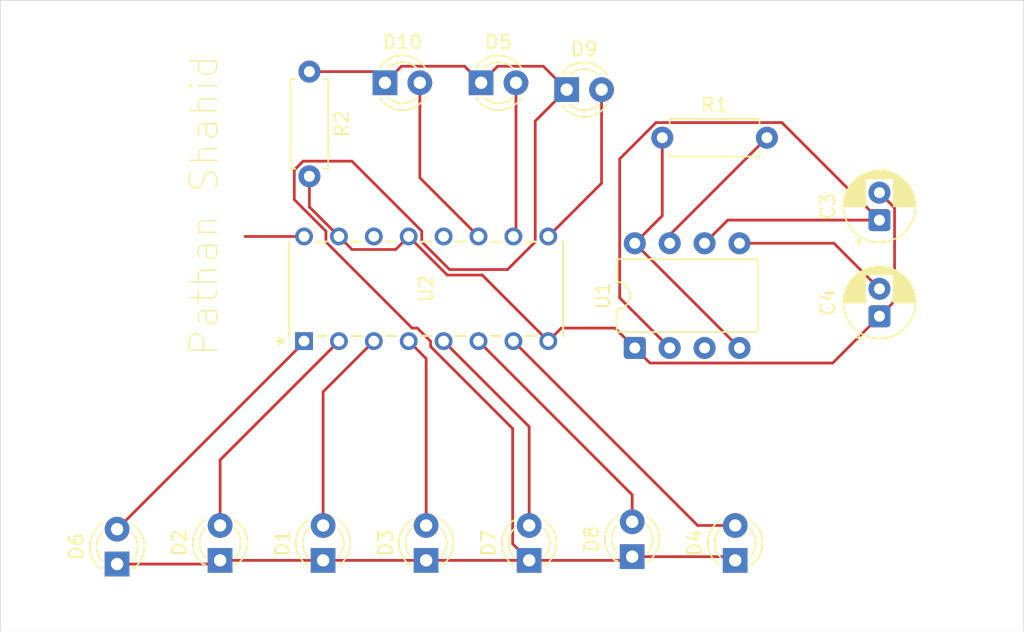
<source format=kicad_pcb>
(kicad_pcb (version 20241229) (generator "pcbnew") (generator_version "9.0")
  (layers (0 "F.Cu" signal) (2 "B.Cu" signal) (13 "F.Paste" user) (15 "B.Paste" user) (5 "F.SilkS" user "F.Silkscreen") (7 "B.SilkS" user "B.Silkscreen") (1 "F.Mask" user) (3 "B.Mask" user) (25 "Edge.Cuts" user))
  (net 0 "")
  (net 1 "GND")
  (net 2 "TR")
  (net 3 "Net-(U1-CV)")
  (net 4 "Net-(D1-K)")
  (net 5 "Net-(D1-A)")
  (net 6 "Net-(D2-A)")
  (net 7 "Net-(D3-A)")
  (net 8 "Net-(D4-A)")
  (net 9 "Net-(D5-A)")
  (net 10 "Net-(D6-A)")
  (net 11 "Net-(D7-A)")
  (net 12 "Net-(D8-A)")
  (net 13 "Net-(D9-A)")
  (net 14 "Net-(D10-A)")
  (net 15 "+5V")
  (net 16 "Net-(U1-DIS)")
  (net 17 "OUT")
  (footprint "Package_DIP:DIP-8_W7.62mm" (layer "F.Cu") (at 107.19 109.305 90)
    (property "Reference" "U1" (at 3.81 -2.33 90) (layer "F.SilkS"))
    (property "Value" "NE555P")
    (fp_line (start 6.46 -1.33) (end 4.81 -1.33) (stroke (width 0.12)) (layer "F.SilkS"))
    (fp_line (start 2.81 -1.33) (end 1.16 -1.33) (stroke (width 0.12)) (layer "F.SilkS"))
    (fp_line (start 1.16 -1.33) (end 1.16 8.95) (stroke (width 0.12)) (layer "F.SilkS"))
    (fp_line (start 6.46 8.95) (end 6.46 -1.33) (stroke (width 0.12)) (layer "F.SilkS"))
    (fp_line (start 1.16 8.95) (end 6.46 8.95) (stroke (width 0.12)) (layer "F.SilkS"))
    (fp_arc (start 4.81 -1.33) (mid 3.81 -0.33) (end 2.81 -1.33) (stroke (width 0.12)) (layer "F.SilkS"))
    (pad "1" thru_hole roundrect (at 0 0 90) (size 1.6 1.6) (drill 0.8) (layers "*.Cu" "*.Mask") (roundrect_rratio 0.15625) (net 1 "GND"))
    (pad "2" thru_hole circle (at 0 2.54 90) (size 1.6 1.6) (drill 0.8) (layers "*.Cu" "*.Mask") (net 2 "TR"))
    (pad "3" thru_hole circle (at 0 5.08 90) (size 1.6 1.6) (drill 0.8) (layers "*.Cu" "*.Mask") (net 17 "OUT"))
    (pad "4" thru_hole circle (at 0 7.62 90) (size 1.6 1.6) (drill 0.8) (layers "*.Cu" "*.Mask") (net 15 "+5V"))
    (pad "5" thru_hole circle (at 7.62 7.62 90) (size 1.6 1.6) (drill 0.8) (layers "*.Cu" "*.Mask") (net 3 "Net-(U1-CV)"))
    (pad "6" thru_hole circle (at 7.62 5.08 90) (size 1.6 1.6) (drill 0.8) (layers "*.Cu" "*.Mask") (net 2 "TR"))
    (pad "7" thru_hole circle (at 7.62 2.54 90) (size 1.6 1.6) (drill 0.8) (layers "*.Cu" "*.Mask") (net 16 "Net-(U1-DIS)"))
    (pad "8" thru_hole circle (at 7.62 0 90) (size 1.6 1.6) (drill 0.8) (layers "*.Cu" "*.Mask") (net 15 "+5V"))
  )
  (footprint "Cd:N16" (layer "F.Cu") (at 83.11 108.81 90)
    (property "Reference" "U2" (at 3.81 8.89 90) (layer "F.SilkS"))
    (property "Value" "4017")
    (fp_line (start 7.239 -1.0795) (end 0.381 -1.0795) (stroke (width 0.1524)) (layer "F.SilkS"))
    (fp_line (start 0.381 0.98044) (end 0.381 1.636617) (stroke (width 0.1524)) (layer "F.SilkS"))
    (fp_line (start 7.239 1.636617) (end 7.239 0.903383) (stroke (width 0.1524)) (layer "F.SilkS"))
    (fp_line (start 0.381 3.443383) (end 0.381 4.176617) (stroke (width 0.1524)) (layer "F.SilkS"))
    (fp_line (start 7.239 4.176617) (end 7.239 3.443383) (stroke (width 0.1524)) (layer "F.SilkS"))
    (fp_line (start 0.381 5.983383) (end 0.381 6.716617) (stroke (width 0.1524)) (layer "F.SilkS"))
    (fp_line (start 7.239 6.716617) (end 7.239 5.983383) (stroke (width 0.1524)) (layer "F.SilkS"))
    (fp_line (start 0.381 8.523383) (end 0.381 9.256617) (stroke (width 0.1524)) (layer "F.SilkS"))
    (fp_line (start 7.239 9.256617) (end 7.239 8.523383) (stroke (width 0.1524)) (layer "F.SilkS"))
    (fp_line (start 0.381 11.063383) (end 0.381 11.796617) (stroke (width 0.1524)) (layer "F.SilkS"))
    (fp_line (start 7.239 11.796617) (end 7.239 11.063383) (stroke (width 0.1524)) (layer "F.SilkS"))
    (fp_line (start 0.381 13.603383) (end 0.381 14.336617) (stroke (width 0.1524)) (layer "F.SilkS"))
    (fp_line (start 7.239 14.336617) (end 7.239 13.603383) (stroke (width 0.1524)) (layer "F.SilkS"))
    (fp_line (start 0.381 16.143383) (end 0.381 16.876617) (stroke (width 0.1524)) (layer "F.SilkS"))
    (fp_line (start 7.239 16.876617) (end 7.239 16.143383) (stroke (width 0.1524)) (layer "F.SilkS"))
    (fp_line (start 0.381 18.8595) (end 7.239 18.8595) (stroke (width 0.1524)) (layer "F.SilkS"))
    (fp_text user "*" (at 0 -1.4097 90) (layer "F.SilkS"))
    (fp_text user "*" (at 0 -1.4097 90) (layer "F.SilkS"))
    (pad "1" thru_hole rect (at 0 0 90) (size 1.2954 1.2954) (drill 0.7874) (layers "*.Cu" "*.Mask") (net 10 "Net-(D6-A)"))
    (pad "2" thru_hole circle (at 0 2.54 90) (size 1.2954 1.2954) (drill 0.7874) (layers "*.Cu" "*.Mask") (net 6 "Net-(D2-A)"))
    (pad "3" thru_hole circle (at 0 5.08 90) (size 1.2954 1.2954) (drill 0.7874) (layers "*.Cu" "*.Mask") (net 5 "Net-(D1-A)"))
    (pad "4" thru_hole circle (at 0 7.62 90) (size 1.2954 1.2954) (drill 0.7874) (layers "*.Cu" "*.Mask") (net 7 "Net-(D3-A)"))
    (pad "5" thru_hole circle (at 0 10.16 90) (size 1.2954 1.2954) (drill 0.7874) (layers "*.Cu" "*.Mask") (net 11 "Net-(D7-A)"))
    (pad "6" thru_hole circle (at 0 12.7 90) (size 1.2954 1.2954) (drill 0.7874) (layers "*.Cu" "*.Mask") (net 12 "Net-(D8-A)"))
    (pad "7" thru_hole circle (at 0 15.24 90) (size 1.2954 1.2954) (drill 0.7874) (layers "*.Cu" "*.Mask") (net 8 "Net-(D4-A)"))
    (pad "8" thru_hole circle (at 0 17.78 90) (size 1.2954 1.2954) (drill 0.7874) (layers "*.Cu" "*.Mask") (net 1 "GND"))
    (pad "9" thru_hole circle (at 7.62 17.78 90) (size 1.2954 1.2954) (drill 0.7874) (layers "*.Cu" "*.Mask") (net 13 "Net-(D9-A)"))
    (pad "10" thru_hole circle (at 7.62 15.24 90) (size 1.2954 1.2954) (drill 0.7874) (layers "*.Cu" "*.Mask") (net 9 "Net-(D5-A)"))
    (pad "11" thru_hole circle (at 7.62 12.7 90) (size 1.2954 1.2954) (drill 0.7874) (layers "*.Cu" "*.Mask") (net 14 "Net-(D10-A)"))
    (pad "12" thru_hole circle (at 7.62 10.16 90) (size 1.2954 1.2954) (drill 0.7874) (layers "*.Cu" "*.Mask"))
    (pad "13" thru_hole circle (at 7.62 7.62 90) (size 1.2954 1.2954) (drill 0.7874) (layers "*.Cu" "*.Mask") (net 1 "GND"))
    (pad "14" thru_hole circle (at 7.62 5.08 90) (size 1.2954 1.2954) (drill 0.7874) (layers "*.Cu" "*.Mask") (net 17 "OUT"))
    (pad "15" thru_hole circle (at 7.62 2.54 90) (size 1.2954 1.2954) (drill 0.7874) (layers "*.Cu" "*.Mask") (net 1 "GND"))
    (pad "16" thru_hole circle (at 7.62 0 90) (size 1.2954 1.2954) (drill 0.7874) (layers "*.Cu" "*.Mask") (net 15 "+5V"))
  )
  (footprint "LED_THT:LED_D3.0mm" (layer "F.Cu") (at 102.23 90.5)
    (property "Reference" "D9" (at 1.27 -2.96 0) (layer "F.SilkS"))
    (property "Value" "LED")
    (fp_line (start -0.29 -1.236) (end -0.29 -1.08) (stroke (width 0.12)) (layer "F.SilkS"))
    (fp_line (start -0.29 1.08) (end -0.29 1.236) (stroke (width 0.12)) (layer "F.SilkS"))
    (fp_arc (start -0.29 -1.235516) (mid 1.36566 -1.987699) (end 2.941437 -1.08) (stroke (width 0.12)) (layer "F.SilkS"))
    (fp_arc (start 0.229039 -1.08) (mid 1.27 -1.5) (end 2.310961 -1.08) (stroke (width 0.12)) (layer "F.SilkS"))
    (fp_arc (start 2.310961 1.08) (mid 1.27 1.5) (end 0.229039 1.08) (stroke (width 0.12)) (layer "F.SilkS"))
    (fp_arc (start 2.941437 1.08) (mid 1.36566 1.987699) (end -0.29 1.235516) (stroke (width 0.12)) (layer "F.SilkS"))
    (pad "1" thru_hole rect (at 0 0) (size 1.8 1.8) (drill 0.9) (layers "*.Cu" "*.Mask") (net 4 "Net-(D1-K)"))
    (pad "2" thru_hole circle (at 2.54 0) (size 1.8 1.8) (drill 0.9) (layers "*.Cu" "*.Mask") (net 13 "Net-(D9-A)"))
  )
  (footprint "LED_THT:LED_D3.0mm" (layer "F.Cu") (at 84.5 124.77 90)
    (property "Reference" "D1" (at 1.27 -2.96 90) (layer "F.SilkS"))
    (property "Value" "LED")
    (fp_line (start -0.29 -1.236) (end -0.29 -1.08) (stroke (width 0.12)) (layer "F.SilkS"))
    (fp_line (start -0.29 1.08) (end -0.29 1.236) (stroke (width 0.12)) (layer "F.SilkS"))
    (fp_arc (start -0.29 -1.235516) (mid 1.36566 -1.987699) (end 2.941437 -1.08) (stroke (width 0.12)) (layer "F.SilkS"))
    (fp_arc (start 0.229039 -1.08) (mid 1.27 -1.5) (end 2.310961 -1.08) (stroke (width 0.12)) (layer "F.SilkS"))
    (fp_arc (start 2.941437 1.08) (mid 1.36566 1.987699) (end -0.29 1.235516) (stroke (width 0.12)) (layer "F.SilkS"))
    (fp_arc (start 2.310961 1.08) (mid 1.27 1.5) (end 0.229039 1.08) (stroke (width 0.12)) (layer "F.SilkS"))
    (pad "1" thru_hole rect (at 0 0 90) (size 1.8 1.8) (drill 0.9) (layers "*.Cu" "*.Mask") (net 4 "Net-(D1-K)"))
    (pad "2" thru_hole circle (at 2.54 0 90) (size 1.8 1.8) (drill 0.9) (layers "*.Cu" "*.Mask") (net 5 "Net-(D1-A)"))
  )
  (footprint "LED_THT:LED_D3.0mm" (layer "F.Cu") (at 96 90)
    (property "Reference" "D5" (at 1.27 -2.96 0) (layer "F.SilkS"))
    (property "Value" "LED")
    (fp_line (start -0.29 -1.236) (end -0.29 -1.08) (stroke (width 0.12)) (layer "F.SilkS"))
    (fp_line (start -0.29 1.08) (end -0.29 1.236) (stroke (width 0.12)) (layer "F.SilkS"))
    (fp_arc (start -0.29 -1.235516) (mid 1.36566 -1.987699) (end 2.941437 -1.08) (stroke (width 0.12)) (layer "F.SilkS"))
    (fp_arc (start 0.229039 -1.08) (mid 1.27 -1.5) (end 2.310961 -1.08) (stroke (width 0.12)) (layer "F.SilkS"))
    (fp_arc (start 2.310961 1.08) (mid 1.27 1.5) (end 0.229039 1.08) (stroke (width 0.12)) (layer "F.SilkS"))
    (fp_arc (start 2.941437 1.08) (mid 1.36566 1.987699) (end -0.29 1.235516) (stroke (width 0.12)) (layer "F.SilkS"))
    (pad "1" thru_hole rect (at 0 0) (size 1.8 1.8) (drill 0.9) (layers "*.Cu" "*.Mask") (net 4 "Net-(D1-K)"))
    (pad "2" thru_hole circle (at 2.54 0) (size 1.8 1.8) (drill 0.9) (layers "*.Cu" "*.Mask") (net 9 "Net-(D5-A)"))
  )
  (footprint "LED_THT:LED_D3.0mm" (layer "F.Cu") (at 92 124.77 90)
    (property "Reference" "D3" (at 1.27 -2.96 90) (layer "F.SilkS"))
    (property "Value" "LED")
    (fp_line (start -0.29 -1.236) (end -0.29 -1.08) (stroke (width 0.12)) (layer "F.SilkS"))
    (fp_line (start -0.29 1.08) (end -0.29 1.236) (stroke (width 0.12)) (layer "F.SilkS"))
    (fp_arc (start -0.29 -1.235516) (mid 1.36566 -1.987699) (end 2.941437 -1.08) (stroke (width 0.12)) (layer "F.SilkS"))
    (fp_arc (start 0.229039 -1.08) (mid 1.27 -1.5) (end 2.310961 -1.08) (stroke (width 0.12)) (layer "F.SilkS"))
    (fp_arc (start 2.941437 1.08) (mid 1.36566 1.987699) (end -0.29 1.235516) (stroke (width 0.12)) (layer "F.SilkS"))
    (fp_arc (start 2.310961 1.08) (mid 1.27 1.5) (end 0.229039 1.08) (stroke (width 0.12)) (layer "F.SilkS"))
    (pad "1" thru_hole rect (at 0 0 90) (size 1.8 1.8) (drill 0.9) (layers "*.Cu" "*.Mask") (net 4 "Net-(D1-K)"))
    (pad "2" thru_hole circle (at 2.54 0 90) (size 1.8 1.8) (drill 0.9) (layers "*.Cu" "*.Mask") (net 7 "Net-(D3-A)"))
  )
  (footprint "LED_THT:LED_D3.0mm" (layer "F.Cu") (at 69.5 125.04 90)
    (property "Reference" "D6" (at 1.27 -2.96 90) (layer "F.SilkS"))
    (property "Value" "LED")
    (fp_line (start -0.29 -1.236) (end -0.29 -1.08) (stroke (width 0.12)) (layer "F.SilkS"))
    (fp_line (start -0.29 1.08) (end -0.29 1.236) (stroke (width 0.12)) (layer "F.SilkS"))
    (fp_arc (start -0.29 -1.235516) (mid 1.36566 -1.987699) (end 2.941437 -1.08) (stroke (width 0.12)) (layer "F.SilkS"))
    (fp_arc (start 0.229039 -1.08) (mid 1.27 -1.5) (end 2.310961 -1.08) (stroke (width 0.12)) (layer "F.SilkS"))
    (fp_arc (start 2.941437 1.08) (mid 1.36566 1.987699) (end -0.29 1.235516) (stroke (width 0.12)) (layer "F.SilkS"))
    (fp_arc (start 2.310961 1.08) (mid 1.27 1.5) (end 0.229039 1.08) (stroke (width 0.12)) (layer "F.SilkS"))
    (pad "1" thru_hole rect (at 0 0 90) (size 1.8 1.8) (drill 0.9) (layers "*.Cu" "*.Mask") (net 4 "Net-(D1-K)"))
    (pad "2" thru_hole circle (at 2.54 0 90) (size 1.8 1.8) (drill 0.9) (layers "*.Cu" "*.Mask") (net 10 "Net-(D6-A)"))
  )
  (footprint "Capacitor_THT:CP_Radial_D5.0mm_P2.00mm" (layer "F.Cu") (at 125 100 90)
    (property "Reference" "C3" (at 1 -3.75 90) (layer "F.SilkS"))
    (property "Value" "1uF")
    (fp_line (start 1.04 -2.58) (end 1.04 -1.04) (stroke (width 0.12)) (layer "F.SilkS"))
    (fp_line (start 1 -2.58) (end 1 -1.04) (stroke (width 0.12)) (layer "F.SilkS"))
    (fp_line (start 1.08 -2.579) (end 1.08 -1.04) (stroke (width 0.12)) (layer "F.SilkS"))
    (fp_line (start 1.12 -2.577) (end 1.12 -1.04) (stroke (width 0.12)) (layer "F.SilkS"))
    (fp_line (start 1.16 -2.575) (end 1.16 -1.04) (stroke (width 0.12)) (layer "F.SilkS"))
    (fp_line (start 1.2 -2.572) (end 1.2 -1.04) (stroke (width 0.12)) (layer "F.SilkS"))
    (fp_line (start 1.24 -2.569) (end 1.24 -1.04) (stroke (width 0.12)) (layer "F.SilkS"))
    (fp_line (start 1.28 -2.565) (end 1.28 -1.04) (stroke (width 0.12)) (layer "F.SilkS"))
    (fp_line (start 1.32 -2.56) (end 1.32 -1.04) (stroke (width 0.12)) (layer "F.SilkS"))
    (fp_line (start 1.36 -2.555) (end 1.36 -1.04) (stroke (width 0.12)) (layer "F.SilkS"))
    (fp_line (start 1.4 -2.549) (end 1.4 -1.04) (stroke (width 0.12)) (layer "F.SilkS"))
    (fp_line (start 1.44 -2.543) (end 1.44 -1.04) (stroke (width 0.12)) (layer "F.SilkS"))
    (fp_line (start 1.48 -2.536) (end 1.48 -1.04) (stroke (width 0.12)) (layer "F.SilkS"))
    (fp_line (start 1.52 -2.528) (end 1.52 -1.04) (stroke (width 0.12)) (layer "F.SilkS"))
    (fp_line (start 1.56 -2.519) (end 1.56 -1.04) (stroke (width 0.12)) (layer "F.SilkS"))
    (fp_line (start 1.6 -2.51) (end 1.6 -1.04) (stroke (width 0.12)) (layer "F.SilkS"))
    (fp_line (start 1.64 -2.501) (end 1.64 -1.04) (stroke (width 0.12)) (layer "F.SilkS"))
    (fp_line (start 1.68 -2.49) (end 1.68 -1.04) (stroke (width 0.12)) (layer "F.SilkS"))
    (fp_line (start 1.72 -2.479) (end 1.72 -1.04) (stroke (width 0.12)) (layer "F.SilkS"))
    (fp_line (start 1.76 -2.467) (end 1.76 -1.04) (stroke (width 0.12)) (layer "F.SilkS"))
    (fp_line (start 1.8 -2.455) (end 1.8 -1.04) (stroke (width 0.12)) (layer "F.SilkS"))
    (fp_line (start 1.84 -2.442) (end 1.84 -1.04) (stroke (width 0.12)) (layer "F.SilkS"))
    (fp_line (start 1.88 -2.428) (end 1.88 -1.04) (stroke (width 0.12)) (layer "F.SilkS"))
    (fp_line (start 1.92 -2.413) (end 1.92 -1.04) (stroke (width 0.12)) (layer "F.SilkS"))
    (fp_line (start 1.96 -2.398) (end 1.96 -1.04) (stroke (width 0.12)) (layer "F.SilkS"))
    (fp_line (start 2 -2.382) (end 2 -1.04) (stroke (width 0.12)) (layer "F.SilkS"))
    (fp_line (start 2.04 -2.365) (end 2.04 -1.04) (stroke (width 0.12)) (layer "F.SilkS"))
    (fp_line (start 2.08 -2.347) (end 2.08 -1.04) (stroke (width 0.12)) (layer "F.SilkS"))
    (fp_line (start 2.12 -2.329) (end 2.12 -1.04) (stroke (width 0.12)) (layer "F.SilkS"))
    (fp_line (start 2.16 -2.309) (end 2.16 -1.04) (stroke (width 0.12)) (layer "F.SilkS"))
    (fp_line (start 2.2 -2.289) (end 2.2 -1.04) (stroke (width 0.12)) (layer "F.SilkS"))
    (fp_line (start 2.24 -2.268) (end 2.24 -1.04) (stroke (width 0.12)) (layer "F.SilkS"))
    (fp_line (start 2.28 -2.246) (end 2.28 -1.04) (stroke (width 0.12)) (layer "F.SilkS"))
    (fp_line (start 2.32 -2.223) (end 2.32 -1.04) (stroke (width 0.12)) (layer "F.SilkS"))
    (fp_line (start 2.36 -2.199) (end 2.36 -1.04) (stroke (width 0.12)) (layer "F.SilkS"))
    (fp_line (start 2.4 -2.175) (end 2.4 -1.04) (stroke (width 0.12)) (layer "F.SilkS"))
    (fp_line (start 2.44 -2.149) (end 2.44 -1.04) (stroke (width 0.12)) (layer "F.SilkS"))
    (fp_line (start 2.48 -2.122) (end 2.48 -1.04) (stroke (width 0.12)) (layer "F.SilkS"))
    (fp_line (start 2.52 -2.094) (end 2.52 -1.04) (stroke (width 0.12)) (layer "F.SilkS"))
    (fp_line (start 2.56 -2.065) (end 2.56 -1.04) (stroke (width 0.12)) (layer "F.SilkS"))
    (fp_line (start 2.6 -2.035) (end 2.6 -1.04) (stroke (width 0.12)) (layer "F.SilkS"))
    (fp_line (start 2.64 -2.003) (end 2.64 -1.04) (stroke (width 0.12)) (layer "F.SilkS"))
    (fp_line (start 2.68 -1.97) (end 2.68 -1.04) (stroke (width 0.12)) (layer "F.SilkS"))
    (fp_line (start 2.72 -1.936) (end 2.72 -1.04) (stroke (width 0.12)) (layer "F.SilkS"))
    (fp_line (start 2.76 -1.901) (end 2.76 -1.04) (stroke (width 0.12)) (layer "F.SilkS"))
    (fp_line (start 2.8 -1.864) (end 2.8 -1.04) (stroke (width 0.12)) (layer "F.SilkS"))
    (fp_line (start 2.84 -1.825) (end 2.84 -1.04) (stroke (width 0.12)) (layer "F.SilkS"))
    (fp_line (start 2.88 -1.785) (end 2.88 -1.04) (stroke (width 0.12)) (layer "F.SilkS"))
    (fp_line (start 2.92 -1.743) (end 2.92 -1.04) (stroke (width 0.12)) (layer "F.SilkS"))
    (fp_line (start -1.554775 -1.725) (end -1.554775 -1.225) (stroke (width 0.12)) (layer "F.SilkS"))
    (fp_line (start 2.96 -1.699) (end 2.96 -1.04) (stroke (width 0.12)) (layer "F.SilkS"))
    (fp_line (start 3 -1.652) (end 3 -1.04) (stroke (width 0.12)) (layer "F.SilkS"))
    (fp_line (start 3.04 -1.604) (end 3.04 1.604) (stroke (width 0.12)) (layer "F.SilkS"))
    (fp_line (start 3.08 -1.553) (end 3.08 1.553) (stroke (width 0.12)) (layer "F.SilkS"))
    (fp_line (start 3.12 -1.499) (end 3.12 1.499) (stroke (width 0.12)) (layer "F.SilkS"))
    (fp_line (start -1.804775 -1.475) (end -1.304775 -1.475) (stroke (width 0.12)) (layer "F.SilkS"))
    (fp_line (start 3.16 -1.443) (end 3.16 1.443) (stroke (width 0.12)) (layer "F.SilkS"))
    (fp_line (start 3.2 -1.383) (end 3.2 1.383) (stroke (width 0.12)) (layer "F.SilkS"))
    (fp_line (start 3.24 -1.319) (end 3.24 1.319) (stroke (width 0.12)) (layer "F.SilkS"))
    (fp_line (start 3.28 -1.251) (end 3.28 1.251) (stroke (width 0.12)) (layer "F.SilkS"))
    (fp_line (start 3.32 -1.177) (end 3.32 1.177) (stroke (width 0.12)) (layer "F.SilkS"))
    (fp_line (start 3.36 -1.098) (end 3.36 1.098) (stroke (width 0.12)) (layer "F.SilkS"))
    (fp_line (start 3.4 -1.011) (end 3.4 1.011) (stroke (width 0.12)) (layer "F.SilkS"))
    (fp_line (start 3.44 -0.914) (end 3.44 0.914) (stroke (width 0.12)) (layer "F.SilkS"))
    (fp_line (start 3.48 -0.805) (end 3.48 0.805) (stroke (width 0.12)) (layer "F.SilkS"))
    (fp_line (start 3.52 -0.677) (end 3.52 0.677) (stroke (width 0.12)) (layer "F.SilkS"))
    (fp_line (start 3.56 -0.517) (end 3.56 0.517) (stroke (width 0.12)) (layer "F.SilkS"))
    (fp_line (start 3.6 -0.283) (end 3.6 0.283) (stroke (width 0.12)) (layer "F.SilkS"))
    (fp_line (start 3 1.04) (end 3 1.652) (stroke (width 0.12)) (layer "F.SilkS"))
    (fp_line (start 2.96 1.04) (end 2.96 1.699) (stroke (width 0.12)) (layer "F.SilkS"))
    (fp_line (start 2.92 1.04) (end 2.92 1.743) (stroke (width 0.12)) (layer "F.SilkS"))
    (fp_line (start 2.88 1.04) (end 2.88 1.785) (stroke (width 0.12)) (layer "F.SilkS"))
    (fp_line (start 2.84 1.04) (end 2.84 1.825) (stroke (width 0.12)) (layer "F.SilkS"))
    (fp_line (start 2.8 1.04) (end 2.8 1.864) (stroke (width 0.12)) (layer "F.SilkS"))
    (fp_line (start 2.76 1.04) (end 2.76 1.901) (stroke (width 0.12)) (layer "F.SilkS"))
    (fp_line (start 2.72 1.04) (end 2.72 1.936) (stroke (width 0.12)) (layer "F.SilkS"))
    (fp_line (start 2.68 1.04) (end 2.68 1.97) (stroke (width 0.12)) (layer "F.SilkS"))
    (fp_line (start 2.64 1.04) (end 2.64 2.003) (stroke (width 0.12)) (layer "F.SilkS"))
    (fp_line (start 2.6 1.04) (end 2.6 2.035) (stroke (width 0.12)) (layer "F.SilkS"))
    (fp_line (start 2.56 1.04) (end 2.56 2.065) (stroke (width 0.12)) (layer "F.SilkS"))
    (fp_line (start 2.52 1.04) (end 2.52 2.094) (stroke (width 0.12)) (layer "F.SilkS"))
    (fp_line (start 2.48 1.04) (end 2.48 2.122) (stroke (width 0.12)) (layer "F.SilkS"))
    (fp_line (start 2.44 1.04) (end 2.44 2.149) (stroke (width 0.12)) (layer "F.SilkS"))
    (fp_line (start 2.4 1.04) (end 2.4 2.175) (stroke (width 0.12)) (layer "F.SilkS"))
    (fp_line (start 2.36 1.04) (end 2.36 2.199) (stroke (width 0.12)) (layer "F.SilkS"))
    (fp_line (start 2.32 1.04) (end 2.32 2.223) (stroke (width 0.12)) (layer "F.SilkS"))
    (fp_line (start 2.28 1.04) (end 2.28 2.246) (stroke (width 0.12)) (layer "F.SilkS"))
    (fp_line (start 2.24 1.04) (end 2.24 2.268) (stroke (width 0.12)) (layer "F.SilkS"))
    (fp_line (start 2.2 1.04) (end 2.2 2.289) (stroke (width 0.12)) (layer "F.SilkS"))
    (fp_line (start 2.16 1.04) (end 2.16 2.309) (stroke (width 0.12)) (layer "F.SilkS"))
    (fp_line (start 2.12 1.04) (end 2.12 2.329) (stroke (width 0.12)) (layer "F.SilkS"))
    (fp_line (start 2.08 1.04) (end 2.08 2.347) (stroke (width 0.12)) (layer "F.SilkS"))
    (fp_line (start 2.04 1.04) (end 2.04 2.365) (stroke (width 0.12)) (layer "F.SilkS"))
    (fp_line (start 2 1.04) (end 2 2.382) (stroke (width 0.12)) (layer "F.SilkS"))
    (fp_line (start 1.96 1.04) (end 1.96 2.398) (stroke (width 0.12)) (layer "F.SilkS"))
    (fp_line (start 1.92 1.04) (end 1.92 2.413) (stroke (width 0.12)) (layer "F.SilkS"))
    (fp_line (start 1.88 1.04) (end 1.88 2.428) (stroke (width 0.12)) (layer "F.SilkS"))
    (fp_line (start 1.84 1.04) (end 1.84 2.442) (stroke (width 0.12)) (layer "F.SilkS"))
    (fp_line (start 1.8 1.04) (end 1.8 2.455) (stroke (width 0.12)) (layer "F.SilkS"))
    (fp_line (start 1.76 1.04) (end 1.76 2.467) (stroke (width 0.12)) (layer "F.SilkS"))
    (fp_line (start 1.72 1.04) (end 1.72 2.479) (stroke (width 0.12)) (layer "F.SilkS"))
    (fp_line (start 1.68 1.04) (end 1.68 2.49) (stroke (width 0.12)) (layer "F.SilkS"))
    (fp_line (start 1.64 1.04) (end 1.64 2.501) (stroke (width 0.12)) (layer "F.SilkS"))
    (fp_line (start 1.6 1.04) (end 1.6 2.51) (stroke (width 0.12)) (layer "F.SilkS"))
    (fp_line (start 1.56 1.04) (end 1.56 2.519) (stroke (width 0.12)) (layer "F.SilkS"))
    (fp_line (start 1.52 1.04) (end 1.52 2.528) (stroke (width 0.12)) (layer "F.SilkS"))
    (fp_line (start 1.48 1.04) (end 1.48 2.536) (stroke (width 0.12)) (layer "F.SilkS"))
    (fp_line (start 1.44 1.04) (end 1.44 2.543) (stroke (width 0.12)) (layer "F.SilkS"))
    (fp_line (start 1.4 1.04) (end 1.4 2.549) (stroke (width 0.12)) (layer "F.SilkS"))
    (fp_line (start 1.36 1.04) (end 1.36 2.555) (stroke (width 0.12)) (layer "F.SilkS"))
    (fp_line (start 1.32 1.04) (end 1.32 2.56) (stroke (width 0.12)) (layer "F.SilkS"))
    (fp_line (start 1.28 1.04) (end 1.28 2.565) (stroke (width 0.12)) (layer "F.SilkS"))
    (fp_line (start 1.24 1.04) (end 1.24 2.569) (stroke (width 0.12)) (layer "F.SilkS"))
    (fp_line (start 1.2 1.04) (end 1.2 2.572) (stroke (width 0.12)) (layer "F.SilkS"))
    (fp_line (start 1.16 1.04) (end 1.16 2.575) (stroke (width 0.12)) (layer "F.SilkS"))
    (fp_line (start 1.12 1.04) (end 1.12 2.577) (stroke (width 0.12)) (layer "F.SilkS"))
    (fp_line (start 1.08 1.04) (end 1.08 2.579) (stroke (width 0.12)) (layer "F.SilkS"))
    (fp_line (start 1.04 1.04) (end 1.04 2.58) (stroke (width 0.12)) (layer "F.SilkS"))
    (fp_line (start 1 1.04) (end 1 2.58) (stroke (width 0.12)) (layer "F.SilkS"))
    (fp_circle (center 1 0) (end 3.62 0) (stroke (width 0.12)) (fill no) (layer "F.SilkS"))
    (pad "1" thru_hole roundrect (at 0 0 90) (size 1.6 1.6) (drill 0.8) (layers "*.Cu" "*.Mask") (roundrect_rratio 0.15625) (net 2 "TR"))
    (pad "2" thru_hole circle (at 2 0 90) (size 1.6 1.6) (drill 0.8) (layers "*.Cu" "*.Mask") (net 1 "GND"))
  )
  (footprint "Resistor_THT:R_Axial_DIN0207_L6.3mm_D2.5mm_P7.62mm_Horizontal" (layer "F.Cu") (at 109.19 94)
    (property "Reference" "R1" (at 3.81 -2.37 0) (layer "F.SilkS"))
    (property "Value" "1K")
    (fp_line (start 0.54 -1.37) (end 7.08 -1.37) (stroke (width 0.12)) (layer "F.SilkS"))
    (fp_line (start 0.54 -1.04) (end 0.54 -1.37) (stroke (width 0.12)) (layer "F.SilkS"))
    (fp_line (start 0.54 1.04) (end 0.54 1.37) (stroke (width 0.12)) (layer "F.SilkS"))
    (fp_line (start 0.54 1.37) (end 7.08 1.37) (stroke (width 0.12)) (layer "F.SilkS"))
    (fp_line (start 7.08 -1.37) (end 7.08 -1.04) (stroke (width 0.12)) (layer "F.SilkS"))
    (fp_line (start 7.08 1.37) (end 7.08 1.04) (stroke (width 0.12)) (layer "F.SilkS"))
    (pad "1" thru_hole circle (at 0 0) (size 1.6 1.6) (drill 0.8) (layers "*.Cu" "*.Mask") (net 15 "+5V"))
    (pad "2" thru_hole circle (at 7.62 0) (size 1.6 1.6) (drill 0.8) (layers "*.Cu" "*.Mask") (net 16 "Net-(U1-DIS)"))
  )
  (footprint "Resistor_THT:R_Axial_DIN0207_L6.3mm_D2.5mm_P7.62mm_Horizontal" (layer "F.Cu") (at 83.5 89.19 -90)
    (property "Reference" "R2" (at 3.81 -2.37 90) (layer "F.SilkS"))
    (property "Value" "470")
    (fp_line (start 0.54 1.37) (end 7.08 1.37) (stroke (width 0.12)) (layer "F.SilkS"))
    (fp_line (start 7.08 1.37) (end 7.08 1.04) (stroke (width 0.12)) (layer "F.SilkS"))
    (fp_line (start 0.54 1.04) (end 0.54 1.37) (stroke (width 0.12)) (layer "F.SilkS"))
    (fp_line (start 0.54 -1.04) (end 0.54 -1.37) (stroke (width 0.12)) (layer "F.SilkS"))
    (fp_line (start 0.54 -1.37) (end 7.08 -1.37) (stroke (width 0.12)) (layer "F.SilkS"))
    (fp_line (start 7.08 -1.37) (end 7.08 -1.04) (stroke (width 0.12)) (layer "F.SilkS"))
    (pad "1" thru_hole circle (at 0 0 270) (size 1.6 1.6) (drill 0.8) (layers "*.Cu" "*.Mask") (net 4 "Net-(D1-K)"))
    (pad "2" thru_hole circle (at 7.62 0 270) (size 1.6 1.6) (drill 0.8) (layers "*.Cu" "*.Mask") (net 1 "GND"))
  )
  (footprint "LED_THT:LED_D3.0mm" (layer "F.Cu") (at 114.5 124.77 90)
    (property "Reference" "D4" (at 1.27 -2.96 90) (layer "F.SilkS"))
    (property "Value" "LED")
    (fp_line (start -0.29 -1.236) (end -0.29 -1.08) (stroke (width 0.12)) (layer "F.SilkS"))
    (fp_line (start -0.29 1.08) (end -0.29 1.236) (stroke (width 0.12)) (layer "F.SilkS"))
    (fp_arc (start -0.29 -1.235516) (mid 1.36566 -1.987699) (end 2.941437 -1.08) (stroke (width 0.12)) (layer "F.SilkS"))
    (fp_arc (start 0.229039 -1.08) (mid 1.27 -1.5) (end 2.310961 -1.08) (stroke (width 0.12)) (layer "F.SilkS"))
    (fp_arc (start 2.941437 1.08) (mid 1.36566 1.987699) (end -0.29 1.235516) (stroke (width 0.12)) (layer "F.SilkS"))
    (fp_arc (start 2.310961 1.08) (mid 1.27 1.5) (end 0.229039 1.08) (stroke (width 0.12)) (layer "F.SilkS"))
    (pad "1" thru_hole rect (at 0 0 90) (size 1.8 1.8) (drill 0.9) (layers "*.Cu" "*.Mask") (net 4 "Net-(D1-K)"))
    (pad "2" thru_hole circle (at 2.54 0 90) (size 1.8 1.8) (drill 0.9) (layers "*.Cu" "*.Mask") (net 8 "Net-(D4-A)"))
  )
  (footprint "LED_THT:LED_D3.0mm" (layer "F.Cu") (at 89 90)
    (property "Reference" "D10" (at 1.27 -2.96 0) (layer "F.SilkS"))
    (property "Value" "LED")
    (fp_line (start -0.29 -1.236) (end -0.29 -1.08) (stroke (width 0.12)) (layer "F.SilkS"))
    (fp_line (start -0.29 1.08) (end -0.29 1.236) (stroke (width 0.12)) (layer "F.SilkS"))
    (fp_arc (start -0.29 -1.235516) (mid 1.36566 -1.987699) (end 2.941437 -1.08) (stroke (width 0.12)) (layer "F.SilkS"))
    (fp_arc (start 0.229039 -1.08) (mid 1.27 -1.5) (end 2.310961 -1.08) (stroke (width 0.12)) (layer "F.SilkS"))
    (fp_arc (start 2.310961 1.08) (mid 1.27 1.5) (end 0.229039 1.08) (stroke (width 0.12)) (layer "F.SilkS"))
    (fp_arc (start 2.941437 1.08) (mid 1.36566 1.987699) (end -0.29 1.235516) (stroke (width 0.12)) (layer "F.SilkS"))
    (pad "1" thru_hole rect (at 0 0) (size 1.8 1.8) (drill 0.9) (layers "*.Cu" "*.Mask") (net 4 "Net-(D1-K)"))
    (pad "2" thru_hole circle (at 2.54 0) (size 1.8 1.8) (drill 0.9) (layers "*.Cu" "*.Mask") (net 14 "Net-(D10-A)"))
  )
  (footprint "LED_THT:LED_D3.0mm" (layer "F.Cu") (at 99.5 124.77 90)
    (property "Reference" "D7" (at 1.27 -2.96 90) (layer "F.SilkS"))
    (property "Value" "LED")
    (fp_line (start -0.29 -1.236) (end -0.29 -1.08) (stroke (width 0.12)) (layer "F.SilkS"))
    (fp_line (start -0.29 1.08) (end -0.29 1.236) (stroke (width 0.12)) (layer "F.SilkS"))
    (fp_arc (start -0.29 -1.235516) (mid 1.36566 -1.987699) (end 2.941437 -1.08) (stroke (width 0.12)) (layer "F.SilkS"))
    (fp_arc (start 0.229039 -1.08) (mid 1.27 -1.5) (end 2.310961 -1.08) (stroke (width 0.12)) (layer "F.SilkS"))
    (fp_arc (start 2.941437 1.08) (mid 1.36566 1.987699) (end -0.29 1.235516) (stroke (width 0.12)) (layer "F.SilkS"))
    (fp_arc (start 2.310961 1.08) (mid 1.27 1.5) (end 0.229039 1.08) (stroke (width 0.12)) (layer "F.SilkS"))
    (pad "1" thru_hole rect (at 0 0 90) (size 1.8 1.8) (drill 0.9) (layers "*.Cu" "*.Mask") (net 4 "Net-(D1-K)"))
    (pad "2" thru_hole circle (at 2.54 0 90) (size 1.8 1.8) (drill 0.9) (layers "*.Cu" "*.Mask") (net 11 "Net-(D7-A)"))
  )
  (footprint "LED_THT:LED_D3.0mm" (layer "F.Cu") (at 77 124.77 90)
    (property "Reference" "D2" (at 1.27 -2.96 90) (layer "F.SilkS"))
    (property "Value" "LED")
    (fp_line (start -0.29 -1.236) (end -0.29 -1.08) (stroke (width 0.12)) (layer "F.SilkS"))
    (fp_line (start -0.29 1.08) (end -0.29 1.236) (stroke (width 0.12)) (layer "F.SilkS"))
    (fp_arc (start -0.29 -1.235516) (mid 1.36566 -1.987699) (end 2.941437 -1.08) (stroke (width 0.12)) (layer "F.SilkS"))
    (fp_arc (start 0.229039 -1.08) (mid 1.27 -1.5) (end 2.310961 -1.08) (stroke (width 0.12)) (layer "F.SilkS"))
    (fp_arc (start 2.941437 1.08) (mid 1.36566 1.987699) (end -0.29 1.235516) (stroke (width 0.12)) (layer "F.SilkS"))
    (fp_arc (start 2.310961 1.08) (mid 1.27 1.5) (end 0.229039 1.08) (stroke (width 0.12)) (layer "F.SilkS"))
    (pad "1" thru_hole rect (at 0 0 90) (size 1.8 1.8) (drill 0.9) (layers "*.Cu" "*.Mask") (net 4 "Net-(D1-K)"))
    (pad "2" thru_hole circle (at 2.54 0 90) (size 1.8 1.8) (drill 0.9) (layers "*.Cu" "*.Mask") (net 6 "Net-(D2-A)"))
  )
  (footprint "Capacitor_THT:CP_Radial_D5.0mm_P2.00mm" (layer "F.Cu") (at 125 107 90)
    (property "Reference" "C4" (at 1 -3.75 90) (layer "F.SilkS"))
    (property "Value" "0.01uF")
    (fp_line (start 1.04 -2.58) (end 1.04 -1.04) (stroke (width 0.12)) (layer "F.SilkS"))
    (fp_line (start 1 -2.58) (end 1 -1.04) (stroke (width 0.12)) (layer "F.SilkS"))
    (fp_line (start 1.08 -2.579) (end 1.08 -1.04) (stroke (width 0.12)) (layer "F.SilkS"))
    (fp_line (start 1.12 -2.577) (end 1.12 -1.04) (stroke (width 0.12)) (layer "F.SilkS"))
    (fp_line (start 1.16 -2.575) (end 1.16 -1.04) (stroke (width 0.12)) (layer "F.SilkS"))
    (fp_line (start 1.2 -2.572) (end 1.2 -1.04) (stroke (width 0.12)) (layer "F.SilkS"))
    (fp_line (start 1.24 -2.569) (end 1.24 -1.04) (stroke (width 0.12)) (layer "F.SilkS"))
    (fp_line (start 1.28 -2.565) (end 1.28 -1.04) (stroke (width 0.12)) (layer "F.SilkS"))
    (fp_line (start 1.32 -2.56) (end 1.32 -1.04) (stroke (width 0.12)) (layer "F.SilkS"))
    (fp_line (start 1.36 -2.555) (end 1.36 -1.04) (stroke (width 0.12)) (layer "F.SilkS"))
    (fp_line (start 1.4 -2.549) (end 1.4 -1.04) (stroke (width 0.12)) (layer "F.SilkS"))
    (fp_line (start 1.44 -2.543) (end 1.44 -1.04) (stroke (width 0.12)) (layer "F.SilkS"))
    (fp_line (start 1.48 -2.536) (end 1.48 -1.04) (stroke (width 0.12)) (layer "F.SilkS"))
    (fp_line (start 1.52 -2.528) (end 1.52 -1.04) (stroke (width 0.12)) (layer "F.SilkS"))
    (fp_line (start 1.56 -2.519) (end 1.56 -1.04) (stroke (width 0.12)) (layer "F.SilkS"))
    (fp_line (start 1.6 -2.51) (end 1.6 -1.04) (stroke (width 0.12)) (layer "F.SilkS"))
    (fp_line (start 1.64 -2.501) (end 1.64 -1.04) (stroke (width 0.12)) (layer "F.SilkS"))
    (fp_line (start 1.68 -2.49) (end 1.68 -1.04) (stroke (width 0.12)) (layer "F.SilkS"))
    (fp_line (start 1.72 -2.479) (end 1.72 -1.04) (stroke (width 0.12)) (layer "F.SilkS"))
    (fp_line (start 1.76 -2.467) (end 1.76 -1.04) (stroke (width 0.12)) (layer "F.SilkS"))
    (fp_line (start 1.8 -2.455) (end 1.8 -1.04) (stroke (width 0.12)) (layer "F.SilkS"))
    (fp_line (start 1.84 -2.442) (end 1.84 -1.04) (stroke (width 0.12)) (layer "F.SilkS"))
    (fp_line (start 1.88 -2.428) (end 1.88 -1.04) (stroke (width 0.12)) (layer "F.SilkS"))
    (fp_line (start 1.92 -2.413) (end 1.92 -1.04) (stroke (width 0.12)) (layer "F.SilkS"))
    (fp_line (start 1.96 -2.398) (end 1.96 -1.04) (stroke (width 0.12)) (layer "F.SilkS"))
    (fp_line (start 2 -2.382) (end 2 -1.04) (stroke (width 0.12)) (layer "F.SilkS"))
    (fp_line (start 2.04 -2.365) (end 2.04 -1.04) (stroke (width 0.12)) (layer "F.SilkS"))
    (fp_line (start 2.08 -2.347) (end 2.08 -1.04) (stroke (width 0.12)) (layer "F.SilkS"))
    (fp_line (start 2.12 -2.329) (end 2.12 -1.04) (stroke (width 0.12)) (layer "F.SilkS"))
    (fp_line (start 2.16 -2.309) (end 2.16 -1.04) (stroke (width 0.12)) (layer "F.SilkS"))
    (fp_line (start 2.2 -2.289) (end 2.2 -1.04) (stroke (width 0.12)) (layer "F.SilkS"))
    (fp_line (start 2.24 -2.268) (end 2.24 -1.04) (stroke (width 0.12)) (layer "F.SilkS"))
    (fp_line (start 2.28 -2.246) (end 2.28 -1.04) (stroke (width 0.12)) (layer "F.SilkS"))
    (fp_line (start 2.32 -2.223) (end 2.32 -1.04) (stroke (width 0.12)) (layer "F.SilkS"))
    (fp_line (start 2.36 -2.199) (end 2.36 -1.04) (stroke (width 0.12)) (layer "F.SilkS"))
    (fp_line (start 2.4 -2.175) (end 2.4 -1.04) (stroke (width 0.12)) (layer "F.SilkS"))
    (fp_line (start 2.44 -2.149) (end 2.44 -1.04) (stroke (width 0.12)) (layer "F.SilkS"))
    (fp_line (start 2.48 -2.122) (end 2.48 -1.04) (stroke (width 0.12)) (layer "F.SilkS"))
    (fp_line (start 2.52 -2.094) (end 2.52 -1.04) (stroke (width 0.12)) (layer "F.SilkS"))
    (fp_line (start 2.56 -2.065) (end 2.56 -1.04) (stroke (width 0.12)) (layer "F.SilkS"))
    (fp_line (start 2.6 -2.035) (end 2.6 -1.04) (stroke (width 0.12)) (layer "F.SilkS"))
    (fp_line (start 2.64 -2.003) (end 2.64 -1.04) (stroke (width 0.12)) (layer "F.SilkS"))
    (fp_line (start 2.68 -1.97) (end 2.68 -1.04) (stroke (width 0.12)) (layer "F.SilkS"))
    (fp_line (start 2.72 -1.936) (end 2.72 -1.04) (stroke (width 0.12)) (layer "F.SilkS"))
    (fp_line (start 2.76 -1.901) (end 2.76 -1.04) (stroke (width 0.12)) (layer "F.SilkS"))
    (fp_line (start 2.8 -1.864) (end 2.8 -1.04) (stroke (width 0.12)) (layer "F.SilkS"))
    (fp_line (start 2.84 -1.825) (end 2.84 -1.04) (stroke (width 0.12)) (layer "F.SilkS"))
    (fp_line (start 2.88 -1.785) (end 2.88 -1.04) (stroke (width 0.12)) (layer "F.SilkS"))
    (fp_line (start 2.92 -1.743) (end 2.92 -1.04) (stroke (width 0.12)) (layer "F.SilkS"))
    (fp_line (start -1.554775 -1.725) (end -1.554775 -1.225) (stroke (width 0.12)) (layer "F.SilkS"))
    (fp_line (start 2.96 -1.699) (end 2.96 -1.04) (stroke (width 0.12)) (layer "F.SilkS"))
    (fp_line (start 3 -1.652) (end 3 -1.04) (stroke (width 0.12)) (layer "F.SilkS"))
    (fp_line (start 3.04 -1.604) (end 3.04 1.604) (stroke (width 0.12)) (layer "F.SilkS"))
    (fp_line (start 3.08 -1.553) (end 3.08 1.553) (stroke (width 0.12)) (layer "F.SilkS"))
    (fp_line (start 3.12 -1.499) (end 3.12 1.499) (stroke (width 0.12)) (layer "F.SilkS"))
    (fp_line (start -1.804775 -1.475) (end -1.304775 -1.475) (stroke (width 0.12)) (layer "F.SilkS"))
    (fp_line (start 3.16 -1.443) (end 3.16 1.443) (stroke (width 0.12)) (layer "F.SilkS"))
    (fp_line (start 3.2 -1.383) (end 3.2 1.383) (stroke (width 0.12)) (layer "F.SilkS"))
    (fp_line (start 3.24 -1.319) (end 3.24 1.319) (stroke (width 0.12)) (layer "F.SilkS"))
    (fp_line (start 3.28 -1.251) (end 3.28 1.251) (stroke (width 0.12)) (layer "F.SilkS"))
    (fp_line (start 3.32 -1.177) (end 3.32 1.177) (stroke (width 0.12)) (layer "F.SilkS"))
    (fp_line (start 3.36 -1.098) (end 3.36 1.098) (stroke (width 0.12)) (layer "F.SilkS"))
    (fp_line (start 3.4 -1.011) (end 3.4 1.011) (stroke (width 0.12)) (layer "F.SilkS"))
    (fp_line (start 3.44 -0.914) (end 3.44 0.914) (stroke (width 0.12)) (layer "F.SilkS"))
    (fp_line (start 3.48 -0.805) (end 3.48 0.805) (stroke (width 0.12)) (layer "F.SilkS"))
    (fp_line (start 3.52 -0.677) (end 3.52 0.677) (stroke (width 0.12)) (layer "F.SilkS"))
    (fp_line (start 3.56 -0.517) (end 3.56 0.517) (stroke (width 0.12)) (layer "F.SilkS"))
    (fp_line (start 3.6 -0.283) (end 3.6 0.283) (stroke (width 0.12)) (layer "F.SilkS"))
    (fp_line (start 3 1.04) (end 3 1.652) (stroke (width 0.12)) (layer "F.SilkS"))
    (fp_line (start 2.96 1.04) (end 2.96 1.699) (stroke (width 0.12)) (layer "F.SilkS"))
    (fp_line (start 2.92 1.04) (end 2.92 1.743) (stroke (width 0.12)) (layer "F.SilkS"))
    (fp_line (start 2.88 1.04) (end 2.88 1.785) (stroke (width 0.12)) (layer "F.SilkS"))
    (fp_line (start 2.84 1.04) (end 2.84 1.825) (stroke (width 0.12)) (layer "F.SilkS"))
    (fp_line (start 2.8 1.04) (end 2.8 1.864) (stroke (width 0.12)) (layer "F.SilkS"))
    (fp_line (start 2.76 1.04) (end 2.76 1.901) (stroke (width 0.12)) (layer "F.SilkS"))
    (fp_line (start 2.72 1.04) (end 2.72 1.936) (stroke (width 0.12)) (layer "F.SilkS"))
    (fp_line (start 2.68 1.04) (end 2.68 1.97) (stroke (width 0.12)) (layer "F.SilkS"))
    (fp_line (start 2.64 1.04) (end 2.64 2.003) (stroke (width 0.12)) (layer "F.SilkS"))
    (fp_line (start 2.6 1.04) (end 2.6 2.035) (stroke (width 0.12)) (layer "F.SilkS"))
    (fp_line (start 2.56 1.04) (end 2.56 2.065) (stroke (width 0.12)) (layer "F.SilkS"))
    (fp_line (start 2.52 1.04) (end 2.52 2.094) (stroke (width 0.12)) (layer "F.SilkS"))
    (fp_line (start 2.48 1.04) (end 2.48 2.122) (stroke (width 0.12)) (layer "F.SilkS"))
    (fp_line (start 2.44 1.04) (end 2.44 2.149) (stroke (width 0.12)) (layer "F.SilkS"))
    (fp_line (start 2.4 1.04) (end 2.4 2.175) (stroke (width 0.12)) (layer "F.SilkS"))
    (fp_line (start 2.36 1.04) (end 2.36 2.199) (stroke (width 0.12)) (layer "F.SilkS"))
    (fp_line (start 2.32 1.04) (end 2.32 2.223) (stroke (width 0.12)) (layer "F.SilkS"))
    (fp_line (start 2.28 1.04) (end 2.28 2.246) (stroke (width 0.12)) (layer "F.SilkS"))
    (fp_line (start 2.24 1.04) (end 2.24 2.268) (stroke (width 0.12)) (layer "F.SilkS"))
    (fp_line (start 2.2 1.04) (end 2.2 2.289) (stroke (width 0.12)) (layer "F.SilkS"))
    (fp_line (start 2.16 1.04) (end 2.16 2.309) (stroke (width 0.12)) (layer "F.SilkS"))
    (fp_line (start 2.12 1.04) (end 2.12 2.329) (stroke (width 0.12)) (layer "F.SilkS"))
    (fp_line (start 2.08 1.04) (end 2.08 2.347) (stroke (width 0.12)) (layer "F.SilkS"))
    (fp_line (start 2.04 1.04) (end 2.04 2.365) (stroke (width 0.12)) (layer "F.SilkS"))
    (fp_line (start 2 1.04) (end 2 2.382) (stroke (width 0.12)) (layer "F.SilkS"))
    (fp_line (start 1.96 1.04) (end 1.96 2.398) (stroke (width 0.12)) (layer "F.SilkS"))
    (fp_line (start 1.92 1.04) (end 1.92 2.413) (stroke (width 0.12)) (layer "F.SilkS"))
    (fp_line (start 1.88 1.04) (end 1.88 2.428) (stroke (width 0.12)) (layer "F.SilkS"))
    (fp_line (start 1.84 1.04) (end 1.84 2.442) (stroke (width 0.12)) (layer "F.SilkS"))
    (fp_line (start 1.8 1.04) (end 1.8 2.455) (stroke (width 0.12)) (layer "F.SilkS"))
    (fp_line (start 1.76 1.04) (end 1.76 2.467) (stroke (width 0.12)) (layer "F.SilkS"))
    (fp_line (start 1.72 1.04) (end 1.72 2.479) (stroke (width 0.12)) (layer "F.SilkS"))
    (fp_line (start 1.68 1.04) (end 1.68 2.49) (stroke (width 0.12)) (layer "F.SilkS"))
    (fp_line (start 1.64 1.04) (end 1.64 2.501) (stroke (width 0.12)) (layer "F.SilkS"))
    (fp_line (start 1.6 1.04) (end 1.6 2.51) (stroke (width 0.12)) (layer "F.SilkS"))
    (fp_line (start 1.56 1.04) (end 1.56 2.519) (stroke (width 0.12)) (layer "F.SilkS"))
    (fp_line (start 1.52 1.04) (end 1.52 2.528) (stroke (width 0.12)) (layer "F.SilkS"))
    (fp_line (start 1.48 1.04) (end 1.48 2.536) (stroke (width 0.12)) (layer "F.SilkS"))
    (fp_line (start 1.44 1.04) (end 1.44 2.543) (stroke (width 0.12)) (layer "F.SilkS"))
    (fp_line (start 1.4 1.04) (end 1.4 2.549) (stroke (width 0.12)) (layer "F.SilkS"))
    (fp_line (start 1.36 1.04) (end 1.36 2.555) (stroke (width 0.12)) (layer "F.SilkS"))
    (fp_line (start 1.32 1.04) (end 1.32 2.56) (stroke (width 0.12)) (layer "F.SilkS"))
    (fp_line (start 1.28 1.04) (end 1.28 2.565) (stroke (width 0.12)) (layer "F.SilkS"))
    (fp_line (start 1.24 1.04) (end 1.24 2.569) (stroke (width 0.12)) (layer "F.SilkS"))
    (fp_line (start 1.2 1.04) (end 1.2 2.572) (stroke (width 0.12)) (layer "F.SilkS"))
    (fp_line (start 1.16 1.04) (end 1.16 2.575) (stroke (width 0.12)) (layer "F.SilkS"))
    (fp_line (start 1.12 1.04) (end 1.12 2.577) (stroke (width 0.12)) (layer "F.SilkS"))
    (fp_line (start 1.08 1.04) (end 1.08 2.579) (stroke (width 0.12)) (layer "F.SilkS"))
    (fp_line (start 1.04 1.04) (end 1.04 2.58) (stroke (width 0.12)) (layer "F.SilkS"))
    (fp_line (start 1 1.04) (end 1 2.58) (stroke (width 0.12)) (layer "F.SilkS"))
    (fp_circle (center 1 0) (end 3.62 0) (stroke (width 0.12)) (fill no) (layer "F.SilkS"))
    (pad "1" thru_hole roundrect (at 0 0 90) (size 1.6 1.6) (drill 0.8) (layers "*.Cu" "*.Mask") (roundrect_rratio 0.15625) (net 1 "GND"))
    (pad "2" thru_hole circle (at 2 0 90) (size 1.6 1.6) (drill 0.8) (layers "*.Cu" "*.Mask") (net 3 "Net-(U1-CV)"))
  )
  (footprint "LED_THT:LED_D3.0mm" (layer "F.Cu") (at 107 124.5 90)
    (property "Reference" "D8" (at 1.27 -2.96 90) (layer "F.SilkS"))
    (property "Value" "LED")
    (fp_line (start -0.29 -1.236) (end -0.29 -1.08) (stroke (width 0.12)) (layer "F.SilkS"))
    (fp_line (start -0.29 1.08) (end -0.29 1.236) (stroke (width 0.12)) (layer "F.SilkS"))
    (fp_arc (start -0.29 -1.235516) (mid 1.36566 -1.987699) (end 2.941437 -1.08) (stroke (width 0.12)) (layer "F.SilkS"))
    (fp_arc (start 0.229039 -1.08) (mid 1.27 -1.5) (end 2.310961 -1.08) (stroke (width 0.12)) (layer "F.SilkS"))
    (fp_arc (start 2.941437 1.08) (mid 1.36566 1.987699) (end -0.29 1.235516) (stroke (width 0.12)) (layer "F.SilkS"))
    (fp_arc (start 2.310961 1.08) (mid 1.27 1.5) (end 0.229039 1.08) (stroke (width 0.12)) (layer "F.SilkS"))
    (pad "1" thru_hole rect (at 0 0 90) (size 1.8 1.8) (drill 0.9) (layers "*.Cu" "*.Mask") (net 4 "Net-(D1-K)"))
    (pad "2" thru_hole circle (at 2.54 0 90) (size 1.8 1.8) (drill 0.9) (layers "*.Cu" "*.Mask") (net 12 "Net-(D8-A)"))
  )
  (gr_rect (start 61 84) (end 135.5 130) (stroke (width 0.05)) (fill no) (layer "Edge.Cuts"))
  (gr_text "Pathan Shahid" (at 77 110 90) (layer "F.SilkS") (effects (font (size 2 2) (thickness 0.1)) (justify left bottom)))
  (segment (start 125 98) (end 126.101 99.101) (width 0.2) (layer "F.Cu") (net 1))
  (segment (start 126.101 99.101) (end 126.101 105.899) (width 0.2) (layer "F.Cu") (net 1))
  (segment (start 108.291 110.406) (end 121.594 110.406) (width 0.2) (layer "F.Cu") (net 1))
  (segment (start 126.101 105.899) (end 125 107) (width 0.2) (layer "F.Cu") (net 1))
  (segment (start 93.54 104) (end 96.08 104) (width 0.2) (layer "F.Cu") (net 1))
  (segment (start 107.19 109.305) (end 105.7463 107.8613) (width 0.2) (layer "F.Cu") (net 1))
  (segment (start 105.7463 107.8613) (end 101.8387 107.8613) (width 0.2) (layer "F.Cu") (net 1))
  (segment (start 83.5 96.81) (end 83.5 99.04) (width 0.2) (layer "F.Cu") (net 1))
  (segment (start 121.594 110.406) (end 125 107) (width 0.2) (layer "F.Cu") (net 1))
  (segment (start 83.5 99.04) (end 85.65 101.19) (width 0.2) (layer "F.Cu") (net 1))
  (segment (start 86.5987 102.1387) (end 85.65 101.19) (width 0.2) (layer "F.Cu") (net 1))
  (segment (start 90.73 101.19) (end 89.7813 102.1387) (width 0.2) (layer "F.Cu") (net 1))
  (segment (start 90.73 101.19) (end 93.54 104) (width 0.2) (layer "F.Cu") (net 1))
  (segment (start 96.08 104) (end 100.89 108.81) (width 0.2) (layer "F.Cu") (net 1))
  (segment (start 107.19 109.305) (end 108.291 110.406) (width 0.2) (layer "F.Cu") (net 1))
  (segment (start 101.8387 107.8613) (end 100.89 108.81) (width 0.2) (layer "F.Cu") (net 1))
  (segment (start 89.7813 102.1387) (end 86.5987 102.1387) (width 0.2) (layer "F.Cu") (net 1))
  (segment (start 117.899 92.899) (end 108.73395 92.899) (width 0.2) (layer "F.Cu") (net 2))
  (segment (start 113.955 100) (end 112.27 101.685) (width 0.2) (layer "F.Cu") (net 2))
  (segment (start 108.73395 92.899) (end 106.089 95.54395) (width 0.2) (layer "F.Cu") (net 2))
  (segment (start 125 100) (end 117.899 92.899) (width 0.2) (layer "F.Cu") (net 2))
  (segment (start 106.089 105.664) (end 109.73 109.305) (width 0.2) (layer "F.Cu") (net 2))
  (segment (start 125 100) (end 113.955 100) (width 0.2) (layer "F.Cu") (net 2))
  (segment (start 106.089 95.54395) (end 106.089 105.664) (width 0.2) (layer "F.Cu") (net 2))
  (segment (start 121.685 101.685) (end 125 105) (width 0.2) (layer "F.Cu") (net 3))
  (segment (start 114.81 101.685) (end 121.685 101.685) (width 0.2) (layer "F.Cu") (net 3))
  (segment (start 93.7061 103.599) (end 91.6787 101.5716) (width 0.2) (layer "F.Cu") (net 4))
  (segment (start 94.799 88.799) (end 96 90) (width 0.2) (layer "F.Cu") (net 4))
  (segment (start 92.3213 109.202965) (end 98.299 115.180665) (width 0.2) (layer "F.Cu") (net 4))
  (segment (start 91.3613 107.8613) (end 92.3213 108.8213) (width 0.2) (layer "F.Cu") (net 4))
  (segment (start 107 124.5) (end 114.23 124.5) (width 0.2) (layer "F.Cu") (net 4))
  (segment (start 88.19 89.19) (end 89 90) (width 0.2) (layer "F.Cu") (net 4))
  (segment (start 92 124.77) (end 84.5 124.77) (width 0.2) (layer "F.Cu") (net 4))
  (segment (start 84.7013 100.8084) (end 84.7013 101.582965) (width 0.2) (layer "F.Cu") (net 4))
  (segment (start 98.299 115.180665) (end 98.299 123.569) (width 0.2) (layer "F.Cu") (net 4))
  (segment (start 99.9413 92.7887) (end 99.9413 101.582965) (width 0.2) (layer "F.Cu") (net 4))
  (segment (start 91.6787 100.797035) (end 86.590665 95.709) (width 0.2) (layer "F.Cu") (net 4))
  (segment (start 76.73 125.04) (end 77 124.77) (width 0.2) (layer "F.Cu") (net 4))
  (segment (start 82.399 98.5061) (end 84.7013 100.8084) (width 0.2) (layer "F.Cu") (net 4))
  (segment (start 69.5 125.04) (end 76.73 125.04) (width 0.2) (layer "F.Cu") (net 4))
  (segment (start 98.299 123.569) (end 99.5 124.77) (width 0.2) (layer "F.Cu") (net 4))
  (segment (start 99.5 124.77) (end 92 124.77) (width 0.2) (layer "F.Cu") (net 4))
  (segment (start 99.5 124.77) (end 106.73 124.77) (width 0.2) (layer "F.Cu") (net 4))
  (segment (start 83.04395 95.709) (end 82.399 96.35395) (width 0.2) (layer "F.Cu") (net 4))
  (segment (start 84.5 124.77) (end 77 124.77) (width 0.2) (layer "F.Cu") (net 4))
  (segment (start 99.9413 101.582965) (end 97.925265 103.599) (width 0.2) (layer "F.Cu") (net 4))
  (segment (start 100.529 88.799) (end 102.23 90.5) (width 0.2) (layer "F.Cu") (net 4))
  (segment (start 90.979635 107.8613) (end 91.3613 107.8613) (width 0.2) (layer "F.Cu") (net 4))
  (segment (start 92.3213 108.8213) (end 92.3213 109.202965) (width 0.2) (layer "F.Cu") (net 4))
  (segment (start 97.201 88.799) (end 100.529 88.799) (width 0.2) (layer "F.Cu") (net 4))
  (segment (start 96 90) (end 97.201 88.799) (width 0.2) (layer "F.Cu") (net 4))
  (segment (start 82.399 96.35395) (end 82.399 98.5061) (width 0.2) (layer "F.Cu") (net 4))
  (segment (start 106.73 124.77) (end 107 124.5) (width 0.2) (layer "F.Cu") (net 4))
  (segment (start 90.201 88.799) (end 94.799 88.799) (width 0.2) (layer "F.Cu") (net 4))
  (segment (start 102.23 90.5) (end 99.9413 92.7887) (width 0.2) (layer "F.Cu") (net 4))
  (segment (start 84.7013 101.582965) (end 90.979635 107.8613) (width 0.2) (layer "F.Cu") (net 4))
  (segment (start 89 90) (end 90.201 88.799) (width 0.2) (layer "F.Cu") (net 4))
  (segment (start 114.23 124.5) (end 114.5 124.77) (width 0.2) (layer "F.Cu") (net 4))
  (segment (start 91.6787 101.5716) (end 91.6787 100.797035) (width 0.2) (layer "F.Cu") (net 4))
  (segment (start 97.925265 103.599) (end 93.7061 103.599) (width 0.2) (layer "F.Cu") (net 4))
  (segment (start 83.5 89.19) (end 88.19 89.19) (width 0.2) (layer "F.Cu") (net 4))
  (segment (start 86.590665 95.709) (end 83.04395 95.709) (width 0.2) (layer "F.Cu") (net 4))
  (segment (start 84.5 112.5) (end 88.19 108.81) (width 0.2) (layer "F.Cu") (net 5))
  (segment (start 84.5 122.23) (end 84.5 112.5) (width 0.2) (layer "F.Cu") (net 5))
  (segment (start 77 117.46) (end 85.65 108.81) (width 0.2) (layer "F.Cu") (net 6))
  (segment (start 77 122.23) (end 77 117.46) (width 0.2) (layer "F.Cu") (net 6))
  (segment (start 92 110.08) (end 90.73 108.81) (width 0.2) (layer "F.Cu") (net 7))
  (segment (start 92 122.23) (end 92 110.08) (width 0.2) (layer "F.Cu") (net 7))
  (segment (start 111.77 122.23) (end 98.35 108.81) (width 0.2) (layer "F.Cu") (net 8))
  (segment (start 114.5 122.23) (end 111.77 122.23) (width 0.2) (layer "F.Cu") (net 8))
  (segment (start 98.54 90) (end 98.54 100.96) (width 0.2) (layer "F.Cu") (net 9))
  (segment (start 83.11 108.89) (end 83.11 108.81) (width 0.2) (layer "F.Cu") (net 10))
  (segment (start 69.5 122.5) (end 83.11 108.89) (width 0.2) (layer "F.Cu") (net 10))
  (segment (start 99.5 122.23) (end 99.5 115.04) (width 0.2) (layer "F.Cu") (net 11))
  (segment (start 99.5 115.04) (end 93.27 108.81) (width 0.2) (layer "F.Cu") (net 11))
  (segment (start 107 120) (end 95.81 108.81) (width 0.2) (layer "F.Cu") (net 12))
  (segment (start 107 121.96) (end 107 120) (width 0.2) (layer "F.Cu") (net 12))
  (segment (start 100.89 101.19) (end 104.77 97.31) (width 0.2) (layer "F.Cu") (net 13))
  (segment (start 104.77 97.31) (end 104.77 90.5) (width 0.2) (layer "F.Cu") (net 13))
  (segment (start 91.54 90) (end 91.54 96.92) (width 0.2) (layer "F.Cu") (net 14))
  (segment (start 91.54 96.92) (end 95.81 101.19) (width 0.2) (layer "F.Cu") (net 14))
  (segment (start 109.19 94) (end 109.19 99.685) (width 0.2) (layer "F.Cu") (net 15))
  (segment (start 83.11 101.19) (end 78.81 101.19) (width 0.2) (layer "F.Cu") (net 15))
  (segment (start 109.19 99.685) (end 107.19 101.685) (width 0.2) (layer "F.Cu") (net 15))
  (segment (start 107.19 101.685) (end 114.81 109.305) (width 0.2) (layer "F.Cu") (net 15))
  (segment (start 116.81 94) (end 109.73 101.08) (width 0.2) (layer "F.Cu") (net 16))
  (segment (start 109.73 101.08) (end 109.73 101.685) (width 0.2) (layer "F.Cu") (net 16))
)
</source>
